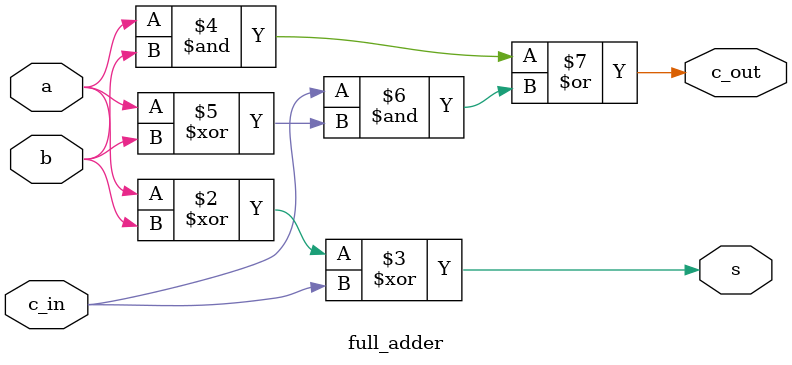
<source format=v>
module full_adder
    (
        input      a, b, c_in,
        output reg s, c_out
    );

    always @ (a, b, c_in) begin
        s     <= a ^ b ^ c_in;
        c_out <= (a & b) | (c_in & (a ^ b));
    end

endmodule

</source>
